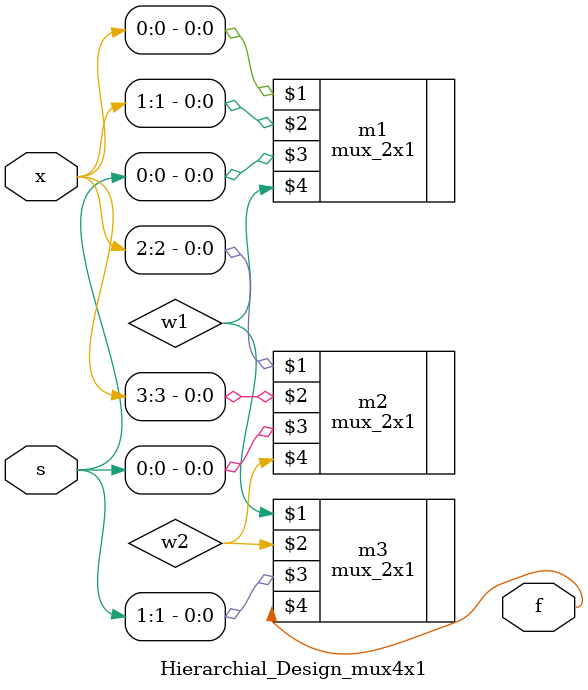
<source format=v>
`timescale 1ns / 1ps

// Author : Venu Pabbuleti 
// ID     : N180116
//Branch  : ECE
//Project : RTL design using Verilog
//Design  : Hierarchial Design
//Module  : Hierarchial_Design_mux4x1
//RGUKT NUZVID 
//////////////////////////////////////////////////////////////////////////////////


module Hierarchial_Design_mux4x1(x,s,f);
input [3:0]x;
input [1:0]s;
output f;

wire w1,w2;

mux_2x1 m1(x[0],x[1],s[0],w1);
mux_2x1 m2(x[2],x[3],s[0],w2);
mux_2x1 m3(w1,w2,s[1],f);
endmodule



 
</source>
